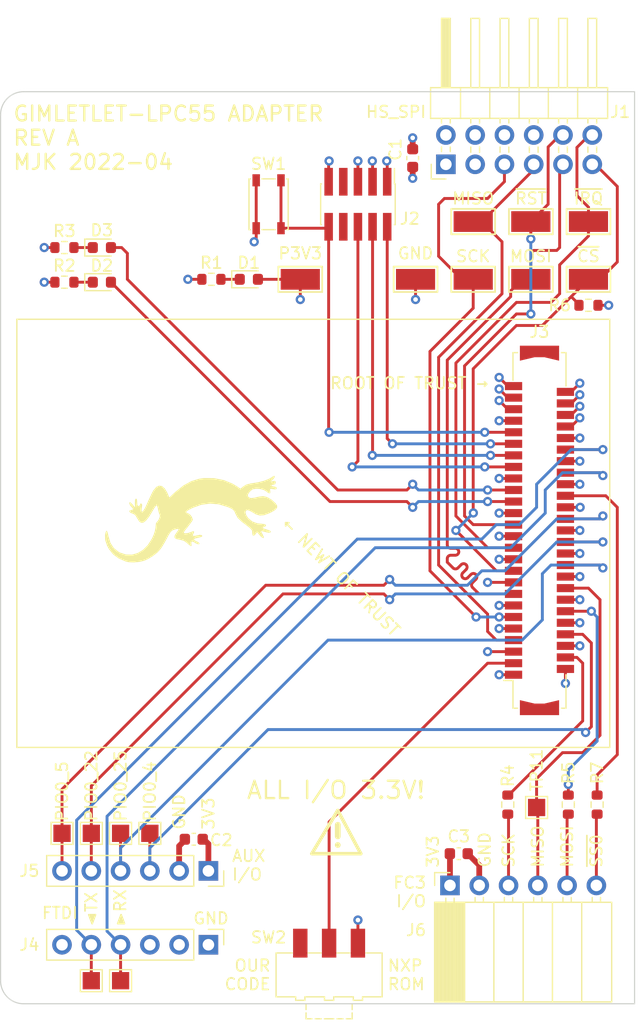
<source format=kicad_pcb>
(kicad_pcb (version 20221018) (generator pcbnew)
  (layers (0 "F.Cu" signal) (1 "In1.Cu" signal) (2 "In2.Cu" signal) (31 "B.Cu" signal) (34 "B.Paste" user) (35 "F.Paste" user) (36 "B.SilkS" user "B.Silkscreen") (37 "F.SilkS" user "F.Silkscreen") (38 "B.Mask" user) (39 "F.Mask" user) (44 "Edge.Cuts" user))
  (net 0 "")
  (net 1 "+3V3")
  (net 2 "GND")
  (net 3 "/SWD_IO")
  (net 4 "/SWD_CLK")
  (net 5 "/SWD_TRACESWO")
  (net 8 "/~{SWD_RESET}")
  (net 9 "/FC3_CTS_SDAX_SSEL0")
  (net 10 "/FC3_RTS_SCLX_SSEL1")
  (net 11 "/PIO0_22")
  (net 12 "/PIO0_25")
  (net 13 "/FC3_TXD_SCL_MISO")
  (net 14 "/FC3_RXD_DSA_MOSI")
  (net 15 "/PIO0_4")
  (net 16 "/FC3_SCK")
  (net 17 "Net-(D1-Pad1)")
  (net 18 "Net-(D2-Pad1)")
  (net 19 "Net-(D3-Pad1)")
  (net 21 "/ISP0")
  (net 22 "/SCT0_OUT2")
  (net 23 "/SCT0_OUT3")
  (net 24 "/SPI_MOSI")
  (net 25 "/SPI_MISO")
  (net 26 "/SPI_SCK")
  (net 27 "/~{SPI_IRQ}")
  (net 28 "/~{SPI_RESET}")
  (net 29 "/~{SPI_CS}")
  (net 30 "/FC0_RXD")
  (net 31 "/FC0_TXD")
  (net 37 "Net-(J3-Pad12)")
  (net 38 "Net-(J3-Pad4)")
  (net 39 "Net-(J3-Pad32)")
  (footprint "Resistor_SMD:R_0603_1608Metric" (layer "F.Cu") (at 114.25 48.75)
    (fp_text reference "R6")
    (fp_text value "10KΩ")
  )
  (footprint "Resistor_SMD:R_0603_1608Metric" (layer "F.Cu") (at 68.7875 43.75)
    (fp_text reference "R3")
    (fp_text value "143Ω")
  )
  (footprint "Connector_PinHeader_2.54mm:PinHeader_2x06_P2.54mm_Horizontal" (layer "F.Cu") (at 101.88 36.54 90)
    (fp_text reference "J1")
    (fp_text value "Conn_02x06_Odd_Even")
  )
  (footprint "Resistor_SMD:R_0603_1608Metric" (layer "F.Cu") (at 81.5375 46.5)
    (fp_text reference "R1")
    (fp_text value "143Ω")
  )
  (footprint "Capacitor_SMD:C_0603_1608Metric" (layer "F.Cu") (at 103 96.25)
    (fp_text reference "C3")
    (fp_text value "1µF")
  )
  (footprint "TestPoint:TestPoint_Keystone_5015_Micro-Minature" (layer "F.Cu") (at 109.25 46.5)
    (fp_text reference "TP2" hide)
    (fp_text value "TestPoint")
  )
  (footprint "Resistor_SMD:R_0603_1608Metric" (layer "F.Cu") (at 68.7875 46.75)
    (fp_text reference "R2")
    (fp_text value "143Ω")
  )
  (footprint "TestPoint:TestPoint_Pad_1.5x1.5mm" (layer "F.Cu") (at 109.75 92.25)
    (fp_text reference "TP11")
    (fp_text value "TestPoint")
  )
  (footprint "TestPoint:TestPoint_Keystone_5015_Micro-Minature" (layer "F.Cu") (at 104.25 41.5)
    (fp_text reference "TP3" hide)
    (fp_text value "TestPoint")
  )
  (footprint "Button_Switch_SMD:SW_SPDT_CK-JS102011SAQN" (layer "F.Cu") (at 91.75 106.75)
    (fp_text reference "SW2")
    (fp_text value "SW_SPDT")
  )
  (footprint "MountingHole:MountingHole_3.2mm_M3" (layer "F.Cu") (at 68.725 54.153)
    (fp_text reference "H1" hide)
    (fp_text value "M3")
  )
  (footprint "LED_SMD:LED_0603_1608Metric" (layer "F.Cu") (at 72.0375 46.75)
    (fp_text reference "D2")
    (fp_text value "Red")
  )
  (footprint "Button_Switch_SMD:SW_SPST_PTS810" (layer "F.Cu") (at 86.5 40 90)
    (fp_text reference "SW1")
    (fp_text value "SW_SPST")
  )
  (footprint "TestPoint:TestPoint_Keystone_5015_Micro-Minature" (layer "F.Cu") (at 104.25 46.5)
    (fp_text reference "TP4" hide)
    (fp_text value "TestPoint")
  )
  (footprint "LED_SMD:LED_0603_1608Metric" (layer "F.Cu") (at 84.7875 46.5)
    (fp_text reference "D1")
    (fp_text value "Green")
  )
  (footprint "TestPoint:TestPoint_Keystone_5015_Micro-Minature" (layer "F.Cu") (at 99.25 46.5 180)
    (fp_text reference "TP8" hide)
    (fp_text value "TestPoint")
  )
  (footprint "TestPoint:TestPoint_Keystone_5015_Micro-Minature" (layer "F.Cu") (at 109.25 41.5)
    (fp_text reference "TP6" hide)
    (fp_text value "TestPoint")
  )
  (footprint "LED_SMD:LED_0603_1608Metric" (layer "F.Cu") (at 72.0375 43.75)
    (fp_text reference "D3")
    (fp_text value "Amber")
  )
  (footprint "TestPoint:TestPoint_Keystone_5015_Micro-Minature" (layer "F.Cu") (at 114.25 41.5)
    (fp_text reference "TP5" hide)
    (fp_text value "TestPoint")
  )
  (footprint "Connector_PinSocket_2.54mm:PinSocket_1x06_P2.54mm_Horizontal" (layer "F.Cu") (at 102.235 99 90)
    (fp_text reference "J6")
    (fp_text value "SPI")
  )
  (footprint "MountingHole:MountingHole_3.2mm_M3" (layer "F.Cu") (at 68.725 82.855)
    (fp_text reference "H2" hide)
    (fp_text value "M3")
  )
  (footprint "TestPoint:TestPoint_Pad_1.5x1.5mm" (layer "F.Cu") (at 68.58 94.49)
    (fp_text reference "TP9" hide)
    (fp_text value "TestPoint")
  )
  (footprint "TestPoint:TestPoint_Pad_1.5x1.5mm" (layer "F.Cu") (at 76.2 94.49)
    (fp_text reference "TP10" hide)
    (fp_text value "TestPoint")
  )
  (footprint "TestPoint:TestPoint_Pad_1.5x1.5mm" (layer "F.Cu") (at 73.66 107.25)
    (fp_text reference "TP14" hide)
    (fp_text value "TestPoint")
  )
  (footprint "TestPoint:TestPoint_Pad_1.5x1.5mm" (layer "F.Cu") (at 71.12 107.25)
    (fp_text reference "TP15" hide)
    (fp_text value "TestPoint")
  )
  (footprint "Resistor_SMD:R_0603_1608Metric" (layer "F.Cu") (at 107.25 92 90)
    (fp_text reference "R4")
    (fp_text value "22Ω")
  )
  (footprint "TestPoint:TestPoint_Pad_1.5x1.5mm" (layer "F.Cu") (at 71.123 94.49)
    (fp_text reference "TP13" hide)
    (fp_text value "TestPoint")
  )
  (footprint "Connector_PinHeader_1.27mm:PinHeader_2x05_P1.27mm_Vertical_SMD" (layer "F.Cu") (at 94.25 40 -90)
    (fp_text reference "J2")
    (fp_text value "Conn_ARM_JTAG_SWD_10")
  )
  (footprint "Resistor_SMD:R_0603_1608Metric" (layer "F.Cu") (at 115 92 90)
    (fp_text reference "R7")
    (fp_text value "143Ω")
  )
  (footprint "grumpy:newt_of_trust" (layer "F.Cu") (at 79.75 67.25)
    (fp_text reference "H3" hide)
    (fp_text value "GRAPHIC PLACEHOLDER" hide)
  )
  (footprint "Connector_PinHeader_2.54mm:PinHeader_1x06_P2.54mm_Vertical" (layer "F.Cu") (at 81.28 104.14 -90)
    (fp_text reference "J4")
    (fp_text value "USART")
  )
  (footprint "Capacitor_SMD:C_0603_1608Metric" (layer "F.Cu") (at 99 36 -90)
    (fp_text reference "C1")
    (fp_text value "1µF")
  )
  (footprint "Oxide Connectors:DF9-51P-1V" (layer "F.Cu") (at 110 68.25)
    (fp_text reference "J3")
    (fp_text value "Conn_2Rows-51Pins")
  )
  (footprint "TestPoint:TestPoint_Keystone_5015_Micro-Minature" (layer "F.Cu") (at 89.25 46.5)
    (fp_text reference "TP7" hide)
    (fp_text value "TestPoint")
  )
  (footprint "TestPoint:TestPoint_Pad_1.5x1.5mm" (layer "F.Cu") (at 73.66 94.49)
    (fp_text reference "TP12" hide)
    (fp_text value "TestPoint")
  )
  (footprint "Capacitor_SMD:C_0603_1608Metric" (layer "F.Cu") (at 80.01 95 180)
    (fp_text reference "C2")
    (fp_text value "1µF")
  )
  (footprint "TestPoint:TestPoint_Keystone_5015_Micro-Minature" (layer "F.Cu") (at 114.25 46.5)
    (fp_text reference "TP1" hide)
    (fp_text value "TestPoint")
  )
  (footprint "Connector_PinSocket_2.54mm:PinSocket_1x06_P2.54mm_Vertical" (layer "F.Cu") (at 81.28 97.74 -90)
    (fp_text reference "J5")
    (fp_text value "Conn_01x06")
  )
  (footprint "Resistor_SMD:R_0603_1608Metric" (layer "F.Cu") (at 112.5 92 90)
    (fp_text reference "R5")
    (fp_text value "22Ω")
  )
  (gr_line (start 92.5 95.5) (end 92.5 95.5) (stroke (width 0.5)) (layer "F.SilkS"))
  (gr_line (start 90.25 96.25) (end 92.5 92.5) (stroke (width 0.3)) (layer "F.SilkS"))
  (gr_line (start 92.5 93.75) (end 92.5 94.75) (stroke (width 0.5)) (layer "F.SilkS"))
  (gr_line (start 94.5 96.25) (end 90.25 96.25) (stroke (width 0.3)) (layer "F.SilkS"))
  (gr_line (start 92.5 92.5) (end 94.5 96.25) (stroke (width 0.3)) (layer "F.SilkS"))
  (gr_line locked (start 64.661 49.962) (end 116.096 49.962) (stroke (width 0.12)) (layer "F.SilkS"))
  (gr_line locked (start 116.096 87.046) (end 64.661 87.046) (stroke (width 0.12)) (layer "F.SilkS"))
  (gr_line locked (start 116.096 49.962) (end 116.096 87.046) (stroke (width 0.12)) (layer "F.SilkS"))
  (gr_line locked (start 64.661 87.046) (end 64.661 49.962) (stroke (width 0.12)) (layer "F.SilkS"))
  (gr_line (start 65.25 30.25) (end 118.25 30.25) (stroke (width 0.1)) (layer "Edge.Cuts"))
  (gr_line (start 63.25 107.25) (end 63.25 32.25) (stroke (width 0.1)) (layer "Edge.Cuts"))
  (gr_line (start 118.25 109.25) (end 65.25 109.25) (stroke (width 0.1)) (layer "Edge.Cuts"))
  (gr_arc (start 65.25 109.25) (mid 63.835786 108.664214) (end 63.25 107.25) (stroke (width 0.1)) (layer "Edge.Cuts"))
  (gr_line (start 118.25 30.25) (end 118.25 109.25) (stroke (width 0.1)) (layer "Edge.Cuts"))
  (gr_arc (start 63.25 32.25) (mid 63.835786 30.835786) (end 65.25 30.25) (stroke (width 0.1)) (layer "Edge.Cuts"))
  (gr_text "MOSI" (at 109.25 44.5) (layer "F.SilkS") (effects (font (size 1 1))))
  (gr_text "~{IRQ}" (at 114.25 39.5) (layer "F.SilkS") (effects (font (size 1 1))))
  (gr_text "FC3\nI/O" (at 100.25 99.568) (layer "F.SilkS") (effects (font (size 1 1)) (justify right)))
  (gr_text "3V3" (at 81.28 94.25 90) (layer "F.SilkS") (effects (font (size 1 1)) (justify left)))
  (gr_text "◄TX" (at 71.12 102.64 90) (layer "F.SilkS") (effects (font (size 1 1)) (justify left)))
  (gr_text "GIMLETLET-LPC55 ADAPTER\nREV A\nMJK 2022-04" (at 64.25 34.25) (layer "F.SilkS") (effects (font (size 1.3 1.3) (thickness 0.2)) (justify left)))
  (gr_text "~{RST}" (at 109.25 39.5) (layer "F.SilkS") (effects (font (size 1 1))))
  (gr_text "GND" (at 78.74 94.25 90) (layer "F.SilkS") (effects (font (size 1 1)) (justify left)))
  (gr_text "HS_SPI" (at 100.25 32) (layer "F.SilkS") (effects (font (size 1 1)) (justify right)))
  (gr_text "MOSI" (at 112.395 97.536 90) (layer "F.SilkS") (effects (font (size 1 1)) (justify left)))
  (gr_text "3V3" (at 100.75 97.536 90) (layer "F.SilkS") (effects (font (size 1 1)) (justify left)))
  (gr_text "►RX" (at 73.63 102.64 90) (layer "F.SilkS") (effects (font (size 1 1)) (justify left)))
  (gr_text "ROOT OF TRUST →" (at 91.75 55.5) (layer "F.SilkS") (effects (font (size 1 1)) (justify left)))
  (gr_text "GND" (at 99.25 44.25) (layer "F.SilkS") (effects (font (size 1 1))))
  (gr_text "← NEWT OF TRUST" (at 92.75 72.25 -45) (layer "F.SilkS") (effects (font (size 1 1))))
  (gr_text "P3V3" (at 89.25 44.25) (layer "F.SilkS") (effects (font (size 1 1))))
  (gr_text "PIO0_4" (at 76.2 93.54 90) (layer "F.SilkS") (effects (font (size 1 1)) (justify left)))
  (gr_text "~{SS0}" (at 114.935 97.536 90) (layer "F.SilkS") (effects (font (size 1 1)) (justify left)))
  (gr_text "~{CS}" (at 114.25 44.5) (layer "F.SilkS") (effects (font (size 1 1))))
  (gr_text "MISO" (at 104.25 39.5) (layer "F.SilkS") (effects (font (size 1 1))))
  (gr_text "NXP\nROM" (at 96.75 106.75) (layer "F.SilkS") (effects (font (size 1 1)) (justify left)))
  (gr_text "FTDI" (at 66.75 101.39) (layer "F.SilkS") (effects (font (size 1 1)) (justify left)))
  (gr_text "GND" (at 105.25 97.536 90) (layer "F.SilkS") (effects (font (size 1 1)) (justify left)))
  (gr_text "PIO0_22" (at 71.12 93.54 90) (layer "F.SilkS") (effects (font (size 1 1)) (justify left)))
  (gr_text "ALL I/O 3.3V!" (at 84.5 90.75) (layer "F.SilkS") (effects (font (size 1.5 1.5) (thickness 0.2)) (justify left)))
  (gr_text "MISO" (at 109.855 97.536 90) (layer "F.SilkS") (effects (font (size 1 1)) (justify left)))
  (gr_text "SCK" (at 107.315 97.536 90) (layer "F.SilkS") (effects (font (size 1 1)) (justify left)))
  (gr_text "PIO0_5" (at 68.58 93.54 90) (layer "F.SilkS") (effects (font (size 1 1)) (justify left)))
  (gr_text "AUX\nI/O" (at 83.25 97.25) (layer "F.SilkS") (effects (font (size 1 1)) (justify left)))
  (gr_text "OUR\nCODE" (at 86.75 106.75) (layer "F.SilkS") (effects (font (size 1 1)) (justify right)))
  (gr_text "PIO0_25" (at 73.66 93.54 90) (layer "F.SilkS") (effects (font (size 1 1)) (justify left)))
  (gr_text "SCK" (at 104.25 44.5) (layer "F.SilkS") (effects (font (size 1 1))))
  (gr_text "GND" (at 79.883 101.855) (layer "F.SilkS") (effects (font (size 1 1)) (justify left)))
  (segment (start 112.75 57.25) (end 113.5 56.5) (width 0.25) (layer "F.Cu") (net 1))
  (segment (start 99 35.225) (end 99 34.25) (width 0.5) (layer "F.Cu") (net 1))
  (segment (start 112.25 57.25) (end 112.75 57.25) (width 0.25) (layer "F.Cu") (net 1))
  (segment (start 85.575 46.5) (end 89.25 46.5) (width 0.25) (layer "F.Cu") (net 1))
  (segment (start 102.235 99) (end 102.235 96.26) (width 0.5) (layer "F.Cu") (net 1))
  (segment (start 107.25 55.75) (end 106.5 55) (width 0.25) (layer "F.Cu") (net 1))
  (segment (start 107.25 57.75) (end 106.5 57) (width 0.25) (layer "F.Cu") (net 1))
  (segment (start 112.25 59.25) (end 112.75 59.25) (width 0.25) (layer "F.Cu") (net 1))
  (segment (start 112.75 56.25) (end 113.5 55.5) (width 0.25) (layer "F.Cu") (net 1))
  (segment (start 112.75 59.25) (end 113.5 58.5) (width 0.25) (layer "F.Cu") (net 1))
  (segment (start 81.28 95.405) (end 80.875 95) (width 0.5) (layer "F.Cu") (net 1))
  (segment (start 107.75 55.75) (end 107.25 55.75) (width 0.25) (layer "F.Cu") (net 1))
  (segment (start 112.25 56.25) (end 112.75 56.25) (width 0.25) (layer "F.Cu") (net 1))
  (segment (start 96.79 36.29) (end 96.75 36.25) (width 0.25) (layer "F.Cu") (net 1))
  (segment (start 107.75 57.75) (end 107.25 57.75) (width 0.25) (layer "F.Cu") (net 1))
  (segment (start 107.75 56.75) (end 107.25 56.75) (width 0.25) (layer "F.Cu") (net 1))
  (segment (start 115.075 48.75) (end 116 48.75) (width 0.25) (layer "F.Cu") (net 1))
  (segment (start 89.25 46.5) (end 89.25 48.25) (width 0.25) (layer "F.Cu") (net 1))
  (segment (start 96.79 38.05) (end 96.79 36.29) (width 0.25) (layer "F.Cu") (net 1))
  (segment (start 112.75 58.25) (end 113.5 57.5) (width 0.25) (layer "F.Cu") (net 1))
  (segment (start 107.25 56.75) (end 106.5 56) (width 0.25) (layer "F.Cu") (net 1))
  (segment (start 81.28 97.74) (end 81.28 95.405) (width 0.5) (layer "F.Cu") (net 1))
  (segment (start 112.25 58.25) (end 112.75 58.25) (width 0.25) (layer "F.Cu") (net 1))
  (via (at 113.5 58.5) (size 0.8) (drill 0.4) (layers "F.Cu" "B.Cu") (net 1))
  (via (at 116 48.75) (size 0.8) (drill 0.4) (layers "F.Cu" "B.Cu") (net 1))
  (via (at 106.5 55) (size 0.8) (drill 0.4) (layers "F.Cu" "B.Cu") (net 1))
  (via (at 96.75 36.25) (size 0.8) (drill 0.4) (layers "F.Cu" "B.Cu") (net 1))
  (via (at 106.5 56) (size 0.8) (drill 0.4) (layers "F.Cu" "B.Cu") (net 1))
  (via (at 99 34.25) (size 0.8) (drill 0.4) (layers "F.Cu" "B.Cu") (net 1))
  (via (at 113.5 57.5) (size 0.8) (drill 0.4) (layers "F.Cu" "B.Cu") (net 1))
  (via (at 89.25 48.25) (size 0.8) (drill 0.4) (layers "F.Cu" "B.Cu") (net 1))
  (via (at 113.5 56.5) (size 0.8) (drill 0.4) (layers "F.Cu" "B.Cu") (net 1))
  (via (at 106.5 57) (size 0.8) (drill 0.4) (layers "F.Cu" "B.Cu") (net 1))
  (via (at 113.5 55.5) (size 0.8) (drill 0.4) (layers "F.Cu" "B.Cu") (net 1))
  (segment (start 112.25 74.25) (end 113.5 74.25) (width 0.25) (layer "F.Cu") (net 2))
  (segment (start 107.75 70.75) (end 106.5 70.75) (width 0.25) (layer "F.Cu") (net 2))
  (segment (start 112.25 72.25) (end 113.5 72.25) (width 0.25) (layer "F.Cu") (net 2))
  (segment (start 95.52 36.27) (end 95.5 36.25) (width 0.25) (layer "F.Cu") (net 2))
  (segment (start 112.25 68.25) (end 113.5 68.25) (width 0.25) (layer "F.Cu") (net 2))
  (segment (start 112.25 70.25) (end 113.5 70.25) (width 0.25) (layer "F.Cu") (net 2))
  (segment (start 95.52 38.05) (end 95.52 36.27) (width 0.25) (layer "F.Cu") (net 2))
  (segment (start 91.71 38.05) (end 91.71 36.29) (width 0.25) (layer "F.Cu") (net 2))
  (segment (start 112.25 64.25) (end 113.5 64.25) (width 0.25) (layer "F.Cu") (net 2))
  (segment (start 107.75 80.75) (end 106.5 80.75) (width 0.25) (layer "F.Cu") (net 2))
  (segment (start 107.75 78.75) (end 105.5 78.75) (width 0.25) (layer "F.Cu") (net 2))
  (segment (start 104.775 97.25) (end 103.775 96.25) (width 0.5) (layer "F.Cu") (net 2))
  (segment (start 107.75 66.75) (end 106.5 66.75) (width 0.25) (layer "F.Cu") (net 2))
  (segment (start 107.75 74.75) (end 106.5 74.75) (width 0.25) (layer "F.Cu") (net 2))
  (segment (start 107.75 63.75) (end 106.5 63.75) (width 0.25) (layer "F.Cu") (net 2))
  (segment (start 112.25 78.25) (end 113.5 78.25) (width 0.25) (layer "F.Cu") (net 2))
  (segment (start 94.25 104) (end 94.25 102) (width 0.25) (layer "F.Cu") (net 2))
  (segment (start 112.25 60.25) (end 113.5 60.25) (width 0.25) (layer "F.Cu") (net 2))
  (segment (start 80.7125 46.5) (end 79.5 46.5) (width 0.25) (layer "F.Cu") (net 2))
  (segment (start 99 36.775) (end 99 37.75) (width 0.5) (layer "F.Cu") (net 2))
  (segment (start 107.75 72.75) (end 105.5 72.75) (width 0.25) (layer "F.Cu") (net 2))
  (segment (start 78.74 97.74) (end 78.74 95.585) (width 0.5) (layer "F.Cu") (net 2))
  (segment (start 107.75 58.75) (end 106.5 58.75) (width 0.25) (layer "F.Cu") (net 2))
  (segment (start 107.75 68.75) (end 106.5 68.75) (width 0.25) (layer "F.Cu") (net 2))
  (segment (start 112.25 62.25) (end 113.5 62.25) (width 0.25) (layer "F.Cu") (net 2))
  (segment (start 85.425 42.075) (end 85.425 43.075) (width 0.25) (layer "F.Cu") (net 2))
  (segment (start 99.25 46.5) (end 99.25 48.25) (width 0.25) (layer "F.Cu") (net 2))
  (segment (start 67.9625 43.75) (end 67.0375 43.75) (width 0.25) (layer "F.Cu") (net 2))
  (segment (start 112.25 66.25) (end 113.5255 66.25) (width 0.25) (layer "F.Cu") (net 2))
  (segment (start 91.71 36.29) (end 91.75 36.25) (width 0.25) (layer "F.Cu") (net 2))
  (segment (start 67.9625 46.75) (end 67.0375 46.75) (width 0.25) (layer "F.Cu") (net 2))
  (segment (start 85.425 43.075) (end 85.25 43.25) (width 0.25) (layer "F.Cu") (net 2))
  (segment (start 104.775 99) (end 104.775 97.25) (width 0.5) (layer "F.Cu") (net 2))
  (segment (start 94.25 38.05) (end 94.25 36.25) (width 0.25) (layer "F.Cu") (net 2))
  (segment (start 78.74 95.585) (end 79.325 95) (width 0.5) (layer "F.Cu") (net 2))
  (segment (start 107.75 76.75) (end 106.5 76.75) (width 0.25) (layer "F.Cu") (net 2))
  (segment (start 85.425 42.075) (end 85.425 37.925) (width 0.25) (layer "F.Cu") (net 2))
  (segment (start 112.375 76.25) (end 113.5 76.25) (width 0.25) (layer "F.Cu") (net 2))
  (segment (start 112.25 81.5) (end 112.25 80.25) (width 0.25) (layer "F.Cu") (net 2))
  (via (at 105.5 78.75) (size 0.8) (drill 0.4) (layers "F.Cu" "B.Cu") (net 2))
  (via (at 113.5 60.25) (size 0.8) (drill 0.4) (layers "F.Cu" "B.Cu") (net 2))
  (via (at 113.5 70.25) (size 0.8) (drill 0.4) (layers "F.Cu" "B.Cu") (net 2))
  (via (at 113.5255 66.25) (size 0.8) (drill 0.4) (layers "F.Cu" "B.Cu") (net 2))
  (via (at 94.25 102) (size 0.8) (drill 0.4) (layers "F.Cu" "B.Cu") (net 2))
  (via (at 67.0375 46.75) (size 0.8) (drill 0.4) (layers "F.Cu" "B.Cu") (net 2))
  (via (at 79.5 46.5) (size 0.8) (drill 0.4) (layers "F.Cu" "B.Cu") (net 2))
  (via (at 113.5 78.25) (size 0.8) (drill 0.4) (layers "F.Cu" "B.Cu") (net 2))
  (via (at 106.5 68.75) (size 0.8) (drill 0.4) (layers "F.Cu" "B.Cu") (net 2))
  (via (at 99.25 48.25) (size 0.8) (drill 0.4) (layers "F.Cu" "B.Cu") (net 2))
  (via (at 113.5 64.25) (size 0.8) (drill 0.4) (layers "F.Cu" "B.Cu") (net 2))
  (via (at 67.0375 43.75) (size 0.8) (drill 0.4) (layers "F.Cu" "B.Cu") (net 2))
  (via (at 99 37.75) (size 0.8) (drill 0.4) (layers "F.Cu" "B.Cu") (net 2))
  (via (at 113.5 72.25) (size 0.8) (drill 0.4) (layers "F.Cu" "B.Cu") (net 2))
  (via (at 113.5 74.25) (size 0.8) (drill 0.4) (layers "F.Cu" "B.Cu") (net 2))
  (via (at 113.5 62.25) (size 0.8) (drill 0.4) (layers "F.Cu" "B.Cu") (net 2))
  (via (at 85.25 43.25) (size 0.8) (drill 0.4) (layers "F.Cu" "B.Cu") (net 2))
  (via (at 106.5 76.75) (size 0.8) (drill 0.4) (layers "F.Cu" "B.Cu") (net 2))
  (via (at 91.75 36.25) (size 0.8) (drill 0.4) (layers "F.Cu" "B.Cu") (net 2))
  (via (at 112.25 81.5) (size 0.8) (drill 0.4) (layers "F.Cu" "B.Cu") (net 2))
  (via (at 105.5 72.75) (size 0.8) (drill 0.4) (layers "F.Cu" "B.Cu") (net 2))
  (via (at 113.5 68.25) (size 0.8) (drill 0.4) (layers "F.Cu" "B.Cu") (net 2))
  (via (at 106.5 58.75) (size 0.8) (drill 0.4) (layers "F.Cu" "B.Cu") (net 2))
  (via (at 94.25 36.25) (size 0.8) (drill 0.4) (layers "F.Cu" "B.Cu") (net 2))
  (via (at 106.5 66.75) (size 0.8) (drill 0.4) (layers "F.Cu" "B.Cu") (net 2))
  (via (at 106.5 80.75) (size 0.8) (drill 0.4) (layers "F.Cu" "B.Cu") (net 2))
  (via (at 106.5 74.75) (size 0.8) (drill 0.4) (layers "F.Cu" "B.Cu") (net 2))
  (via (at 106.5 63.75) (size 0.8) (drill 0.4) (layers "F.Cu" "B.Cu") (net 2))
  (via (at 95.5 36.25) (size 0.8) (drill 0.4) (layers "F.Cu" "B.Cu") (net 2))
  (via (at 106.5 70.75) (size 0.8) (drill 0.4) (layers "F.Cu" "B.Cu") (net 2))
  (via (at 113.5 76.25) (size 0.8) (drill 0.4) (layers "F.Cu" "B.Cu") (net 2))
  (segment (start 96.79 60.29) (end 96.79 41.95) (width 0.25) (layer "F.Cu") (net 3))
  (segment (start 97.25 60.75) (end 96.79 60.29) (width 0.25) (layer "F.Cu") (net 3))
  (segment (start 107.75 60.75) (end 105.75 60.75) (width 0.25) (layer "F.Cu") (net 3))
  (via (at 105.75 60.75) (size 0.8) (drill 0.4) (layers "F.Cu" "B.Cu") (net 3))
  (via (at 97.25 60.75) (size 0.8) (drill 0.4) (layers "F.Cu" "B.Cu") (net 3))
  (segment (start 105.75 60.75) (end 97.25 60.75) (width 0.25) (layer "B.Cu") (net 3))
  (segment (start 95.52 61.73) (end 95.52 41.95) (width 0.25) (layer "F.Cu") (net 4))
  (segment (start 107.75 61.75) (end 105.75 61.75) (width 0.25) (layer "F.Cu") (net 4))
  (segment (start 95.5 61.75) (end 95.52 61.73) (width 0.25) (layer "F.Cu") (net 4))
  (via (at 95.5 61.75) (size 0.8) (drill 0.4) (layers "F.Cu" "B.Cu") (net 4))
  (via (at 105.75 61.75) (size 0.8) (drill 0.4) (layers "F.Cu" "B.Cu") (net 4))
  (segment (start 105.75 61.75) (end 95.5 61.75) (width 0.25) (layer "B.Cu") (net 4))
  (segment (start 94.25 62.25) (end 94.25 41.95) (width 0.25) (layer "F.Cu") (net 5))
  (segment (start 93.75 62.75) (end 94.25 62.25) (width 0.25) (layer "F.Cu") (net 5))
  (segment (start 107.75 62.75) (end 105.25 62.75) (width 0.25) (layer "F.Cu") (net 5))
  (via (at 93.75 62.75) (size 0.8) (drill 0.4) (layers "F.Cu" "B.Cu") (net 5))
  (via (at 105.25 62.75) (size 0.8) (drill 0.4) (layers "F.Cu" "B.Cu") (net 5))
  (segment (start 105.25 62.75) (end 93.75 62.75) (width 0.25) (layer "B.Cu") (net 5))
  (segment (start 91.71 41.95) (end 91.71 59.46) (width 0.25) (layer "F.Cu") (net 8))
  (segment (start 87.575 42.075) (end 91.585 42.075) (width 0.25) (layer "F.Cu") (net 8))
  (segment (start 87.575 37.925) (end 87.575 42.075) (width 0.25) (layer "F.Cu") (net 8))
  (segment (start 107.75 59.75) (end 105.25 59.75) (width 0.25) (layer "F.Cu") (net 8))
  (segment (start 91.585 42.075) (end 91.71 41.95) (width 0.25) (layer "F.Cu") (net 8))
  (via (at 91.75 59.75) (size 0.8) (drill 0.4) (layers "F.Cu" "B.Cu") (net 8))
  (via (at 105.25 59.75) (size 0.8) (drill 0.4) (layers "F.Cu" "B.Cu") (net 8))
  (segment (start 91.75 59.75) (end 105.25 59.75) (width 0.25) (layer "B.Cu") (net 8))
  (segment (start 115 92.825) (end 114.935 92.89) (width 0.25) (layer "F.Cu") (net 9))
  (segment (start 114.935 92.89) (end 114.935 99) (width 0.25) (layer "F.Cu") (net 9))
  (segment (start 115.25 67.25) (end 112.25 67.25) (width 0.25) (layer "F.Cu") (net 10))
  (segment (start 115.5 67) (end 115.25 67.25) (width 0.25) (layer "F.Cu") (net 10))
  (segment (start 68.58 94.49) (end 68.58 90.67) (width 0.25) (layer "F.Cu") (net 10))
  (segment (start 68.58 97.74) (end 68.58 95.105) (width 0.25) (layer "F.Cu") (net 10))
  (segment (start 68.58 90.67) (end 86.25 73) (width 0.25) (layer "F.Cu") (net 10))
  (segment (start 96.5 73) (end 97 72.5) (width 0.25) (layer "F.Cu") (net 10))
  (segment (start 86.25 73) (end 96.5 73) (width 0.25) (layer "F.Cu") (net 10))
  (via (at 97 72.5) (size 0.8) (drill 0.4) (layers "F.Cu" "B.Cu") (net 10))
  (via (at 115.5 67) (size 0.8) (drill 0.4) (layers "F.Cu" "B.Cu") (net 10))
  (segment (start 97 72.5) (end 97.5 73) (width 0.25) (layer "B.Cu") (net 10))
  (segment (start 97.5 73) (end 103.75 73) (width 0.25) (layer "B.Cu") (net 10))
  (segment (start 115.25 67.25) (end 115.5 67) (width 0.25) (layer "B.Cu") (net 10))
  (segment (start 105 71.75) (end 107 71.75) (width 0.25) (layer "B.Cu") (net 10))
  (segment (start 107 71.75) (end 111.5 67.25) (width 0.25) (layer "B.Cu") (net 10))
  (segment (start 111.5 67.25) (end 115.25 67.25) (width 0.25) (layer "B.Cu") (net 10))
  (segment (start 103.75 73) (end 105 71.75) (width 0.25) (layer "B.Cu") (net 10))
  (segment (start 87.75 73.75) (end 96.5 73.75) (width 0.25) (layer "F.Cu") (net 11))
  (segment (start 71.12 97.74) (end 71.12 95.108) (width 0.25) (layer "F.Cu") (net 11))
  (segment (start 71.123 94.49) (end 71.123 90.377) (width 0.25) (layer "F.Cu") (net 11))
  (segment (start 96.5 73.75) (end 97 74.25) (width 0.25) (layer "F.Cu") (net 11))
  (segment (start 71.123 90.377) (end 87.75 73.75) (width 0.25) (layer "F.Cu") (net 11))
  (segment (start 112.25 69.25) (end 115.5 69.25) (width 0.25) (layer "F.Cu") (net 11))
  (via (at 115.5 69.25) (size 0.8) (drill 0.4) (layers "F.Cu" "B.Cu") (net 11))
  (via (at 97 74.25) (size 0.8) (drill 0.4) (layers "F.Cu" "B.Cu") (net 11))
  (segment (start 97.5 73.75) (end 107 73.75) (width 0.25) (layer "B.Cu") (net 11))
  (segment (start 111.5 69.25) (end 115.5 69.25) (width 0.25) (layer "B.Cu") (net 11))
  (segment (start 97 74.25) (end 97.5 73.75) (width 0.25) (layer "B.Cu") (net 11))
  (segment (start 107 73.75) (end 111.5 69.25) (width 0.25) (layer "B.Cu") (net 11))
  (segment (start 73.66 97.74) (end 73.66 95.057) (width 0.25) (layer "F.Cu") (net 12))
  (segment (start 115.25 71.25) (end 112.25 71.25) (width 0.25) (layer "F.Cu") (net 12))
  (segment (start 115.5 71.5) (end 115.25 71.25) (width 0.25) (layer "F.Cu") (net 12))
  (via (at 115.5 71.5) (size 0.8) (drill 0.4) (layers "F.Cu" "B.Cu") (net 12))
  (segment (start 110.25 72) (end 110.25 76) (width 0.25) (layer "B.Cu") (net 12))
  (segment (start 115.5 71.5) (end 115.25 71.25) (width 0.25) (layer "B.Cu") (net 12))
  (segment (start 108.5 77.75) (end 91.66 77.75) (width 0.25) (layer "B.Cu") (net 12))
  (segment (start 115.25 71.25) (end 111 71.25) (width 0.25) (layer "B.Cu") (net 12))
  (segment (start 73.66 95.75) (end 73.66 97.74) (width 0.25) (layer "B.Cu") (net 12))
  (segment (start 110.25 76) (end 108.5 77.75) (width 0.25) (layer "B.Cu") (net 12))
  (segment (start 91.66 77.75) (end 73.66 95.75) (width 0.25) (layer "B.Cu") (net 12))
  (segment (start 111 71.25) (end 110.25 72) (width 0.25) (layer "B.Cu") (net 12))
  (segment (start 109.855 92.355) (end 109.75 92.25) (width 0.25) (layer "F.Cu") (net 13))
  (segment (start 113.75 87.5) (end 112 87.5) (width 0.25) (layer "F.Cu") (net 13))
  (segment (start 114.25 73.25) (end 115.25 74.25) (width 0.25) (layer "F.Cu") (net 13))
  (segment (start 109.855 99) (end 109.855 92.355) (width 0.25) (layer "F.Cu") (net 13))
  (segment (start 115.25 74.25) (end 115.25 86) (width 0.25) (layer "F.Cu") (net 13))
  (segment (start 109.75 89.75) (end 109.75 92.25) (width 0.25) (layer "F.Cu") (net 13))
  (segment (start 115.25 86) (end 113.75 87.5) (width 0.25) (layer "F.Cu") (net 13))
  (segment (start 112.25 73.25) (end 114.25 73.25) (width 0.25) (layer "F.Cu") (net 13))
  (segment (start 112 87.5) (end 109.75 89.75) (width 0.25) (layer "F.Cu") (net 13))
  (segment (start 112.395 92.93) (end 112.395 99) (width 0.25) (layer "F.Cu") (net 14))
  (segment (start 112.5 92.825) (end 112.395 92.93) (width 0.25) (layer "F.Cu") (net 14))
  (segment (start 114.5 85.25) (end 114.5 78) (width 0.25) (layer "F.Cu") (net 15))
  (segment (start 114.5 78) (end 113.75 77.25) (width 0.25) (layer "F.Cu") (net 15))
  (segment (start 76.2 97.74) (end 76.2 95.105) (width 0.25) (layer "F.Cu") (net 15))
  (segment (start 113.75 77.25) (end 112.25 77.25) (width 0.25) (layer "F.Cu") (net 15))
  (segment (start 114 85.75) (end 114.5 85.25) (width 0.25) (layer "F.Cu") (net 15))
  (via (at 114 85.75) (size 0.8) (drill 0.4) (layers "F.Cu" "B.Cu") (net 15))
  (segment (start 76.2 97.74) (end 76.2 95.75) (width 0.25) (layer "B.Cu") (net 15))
  (segment (start 76.2 95.75) (end 86.45 85.5) (width 0.25) (layer "B.Cu") (net 15))
  (segment (start 113.75 85.5) (end 114 85.75) (width 0.25) (layer "B.Cu") (net 15))
  (segment (start 86.45 85.5) (end 113.75 85.5) (width 0.25) (layer "B.Cu") (net 15))
  (segment (start 107.315 92.64) (end 107.315 99) (width 0.25) (layer "F.Cu") (net 16))
  (segment (start 84 46.5) (end 82.3625 46.5) (width 0.25) (layer "F.Cu") (net 17))
  (segment (start 69.6125 46.75) (end 71.25 46.75) (width 0.25) (layer "F.Cu") (net 18))
  (segment (start 69.6125 43.75) (end 71.25 43.75) (width 0.25) (layer "F.Cu") (net 19))
  (segment (start 107.75 79.75) (end 105.5 79.75) (width 0.25) (layer "F.Cu") (net 21))
  (segment (start 92 93.25) (end 91.75 93.5) (width 0.25) (layer "F.Cu") (net 21))
  (segment (start 91.75 93.5) (end 91.75 103.25) (width 0.25) (layer "F.Cu") (net 21))
  (segment (start 105.5 79.75) (end 92 93.25) (width 0.25) (layer "F.Cu") (net 21))
  (segment (start 91.825 65.75) (end 72.825 46.75) (width 0.25) (layer "F.Cu") (net 22))
  (segment (start 98.5 65.75) (end 91.825 65.75) (width 0.25) (layer "F.Cu") (net 22))
  (segment (start 99 66.25) (end 98.5 65.75) (width 0.25) (layer "F.Cu") (net 22))
  (segment (start 105.5 65.75) (end 107.75 65.75) (width 0.25) (layer "F.Cu") (net 22))
  (via (at 99 66.25) (size 0.8) (drill 0.4) (layers "F.Cu" "B.Cu") (net 22))
  (via (at 105.5 65.75) (size 0.8) (drill 0.4) (layers "F.Cu" "B.Cu") (net 22))
  (segment (start 99.5 65.75) (end 105.5 65.75) (width 0.25) (layer "B.Cu") (net 22))
  (segment (start 99 66.25) (end 99.5 65.75) (width 0.25) (layer "B.Cu") (net 22))
  (segment (start 73.75 43.75) (end 72.825 43.75) (width 0.25) (layer "F.Cu") (net 23))
  (segment (start 92.5 64.75) (end 74.25 46.5) (width 0.25) (layer "F.Cu") (net 23))
  (segment (start 98.5 64.75) (end 92.5 64.75) (width 0.25) (layer "F.Cu") (net 23))
  (segment (start 74.25 46.5) (end 74.25 44.25) (width 0.25) (layer "F.Cu") (net 23))
  (segment (start 105.5 64.75) (end 107.75 64.75) (width 0.25) (layer "F.Cu") (net 23))
  (segment (start 99 64.25) (end 98.5 64.75) (width 0.25) (layer "F.Cu") (net 23))
  (segment (start 74.25 44.25) (end 73.75 43.75) (width 0.25) (layer "F.Cu") (net 23))
  (via (at 105.5 64.75) (size 0.8) (drill 0.4) (layers "F.Cu" "B.Cu") (net 23))
  (via (at 99 64.25) (size 0.8) (drill 0.4) (layers "F.Cu" "B.Cu") (net 23))
  (segment (start 99 64.25) (end 99.5 64.75) (width 0.25) (layer "B.Cu") (net 23))
  (segment (start 99.5 64.75) (end 105.5 64.75) (width 0.25) (layer "B.Cu") (net 23))
  (segment (start 103.63137 71.641423) (end 103.631371 71.641422) (width 0.25) (layer "F.Cu") (net 24))
  (segment (start 103.772793 72.348527) (end 103.772792 72.348528) (width 0.25) (layer "F.Cu") (net 24))
  (segment (start 102 71) (end 102.5 71.5) (width 0.25) (layer "F.Cu") (net 24))
  (segment (start 102.924265 71.499999) (end 102.924264 71.5) (width 0.25) (layer "F.Cu") (net 24))
  (segment (start 112.04 36.29) (end 111.75 36.58) (width 0.25) (layer "F.Cu") (net 24))
  (segment (start 109.5 44) (end 109.25 44.25) (width 0.25) (layer "F.Cu") (net 24))
  (segment (start 111.75 43.75) (end 111.5 44) (width 0.25) (layer "F.Cu") (net 24))
  (segment (start 102 53.5) (end 102 69.5) (width 0.25) (layer "F.Cu") (net 24))
  (segment (start 103.772792 72.348528) (end 104.055635 72.065686) (width 0.25) (layer "F.Cu") (net 24))
  (segment (start 107.5 48) (end 102 53.5) (width 0.25) (layer "F.Cu") (net 24))
  (segment (start 104.479898 72.489951) (end 104.479899 72.48995) (width 0.25) (layer "F.Cu") (net 24))
  (segment (start 111.75 36.58) (end 111.75 43.75) (width 0.25) (layer "F.Cu") (net 24))
  (segment (start 104.197056 73.197056) (end 104.75 73.75) (width 0.25) (layer "F.Cu") (net 24))
  (segment (start 102.924264 71.5) (end 103.207107 71.217158) (width 0.25) (layer "F.Cu") (net 24))
  (segment (start 103.631371 71.641422) (end 103.348527 71.924263) (width 0.25) (layer "F.Cu") (net 24))
  (segment (start 104.75 73.75) (end 107.75 73.75) (width 0.25) (layer "F.Cu") (net 24))
  (segment (start 104.479899 72.48995) (end 104.197055 72.772791) (width 0.25) (layer "F.Cu") (net 24))
  (segment (start 102 70.7) (end 102 71) (width 0.25) (layer "F.Cu") (net 24))
  (segment (start 104.197055 73.197055) (end 104.197056 73.197056) (width 0.25) (layer "F.Cu") (net 24))
  (segment (start 108.5 46.5) (end 107.5 47.5) (width 0.25) (layer "F.Cu") (net 24))
  (segment (start 111.5 44) (end 109.5 44) (width 0.25) (layer "F.Cu") (net 24))
  (segment (start 103.348527 72.348527) (end 103.348528 72.348528) (width 0.25) (layer "F.Cu") (net 24))
  (segment (start 107.5 47.5) (end 107.5 48) (width 0.25) (layer "F.Cu") (net 24))
  (segment (start 109.25 46.5) (end 108.5 46.5) (width 0.25) (layer "F.Cu") (net 24))
  (segment (start 102.7 70.4) (end 102.3 70.4) (width 0.25) (layer "F.Cu") (net 24))
  (segment (start 109.25 44.25) (end 109.25 46.5) (width 0.25) (layer "F.Cu") (net 24))
  (segment (start 102.3 69.8) (end 102.7 69.8) (width 0.25) (layer "F.Cu") (net 24))
  (arc (start 102.7 69.8) (mid 102.912132 69.887868) (end 103 70.1) (width 0.25) (layer "F.Cu") (net 24))
  (arc (start 102.3 70.4) (mid 102.087868 70.487868) (end 102 70.7) (width 0.25) (layer "F.Cu") (net 24))
  (arc (start 103.207107 71.217158) (mid 103.419239 71.12929) (end 103.631371 71.217158) (width 0.25) (layer "F.Cu") (net 24))
  (arc (start 103.348528 72.348528) (mid 103.560662 72.436397) (end 103.772793 72.348527) (width 0.25) (layer "F.Cu") (net 24))
  (arc (start 104.479899 72.065686) (mid 104.567766 72.277818) (end 104.479898 72.489951) (width 0.25) (layer "F.Cu") (net 24))
  (arc (start 104.055635 72.065686) (mid 104.267767 71.977818) (end 104.479899 72.065686) (width 0.25) (layer "F.Cu") (net 24))
  (arc (start 102 69.5) (mid 102.087868 69.712132) (end 102.3 69.8) (width 0.25) (layer "F.Cu") (net 24))
  (arc (start 104.197055 72.772791) (mid 104.109187 72.984923) (end 104.197055 73.197055) (width 0.25) (layer "F.Cu") (net 24))
  (arc (start 102.5 71.5) (mid 102.712134 71.587869) (end 102.924265 71.499999) (width 0.25) (layer "F.Cu") (net 24))
  (arc (start 103 70.1) (mid 102.912132 70.312132) (end 102.7 70.4) (width 0.25) (layer "F.Cu") (net 24))
  (arc (start 103.631371 71.217158) (mid 103.719238 71.42929) (end 103.63137 71.641423) (width 0.25) (layer "F.Cu") (net 24))
  (arc (start 103.348527 71.924263) (mid 103.260659 72.136395) (end 103.348527 72.348527) (width 0.25) (layer "F.Cu") (net 24))
  (segment (start 105.5 75.5) (end 105.5 77) (width 0.25) (layer "F.Cu") (net 25))
  (segment (start 105.5 77) (end 106.25 77.75) (width 0.25) (layer "F.Cu") (net 25))
  (segment (start 101.25 53.25) (end 101.25 71.25) (width 0.25) (layer "F.Cu") (net 25))
  (segment (start 104.25 41.5) (end 105 41.5) (width 0.25) (layer "F.Cu") (net 25))
  (segment (start 106.75 47.75) (end 101.25 53.25) (width 0.25) (layer "F.Cu") (net 25))
  (segment (start 105 41.5) (end 109.5 37) (width 0.25) (layer "F.Cu") (net 25))
  (segment (start 105 41.5) (end 106.75 43.25) (width 0.25) (layer "F.Cu") (net 25))
  (segment (start 106.25 77.75) (end 107.75 77.75) (width 0.25) (layer "F.Cu") (net 25))
  (segment (start 101.25 71.25) (end 105.5 75.5) (width 0.25) (layer "F.Cu") (net 25))
  (segment (start 106.75 43.25) (end 106.75 47.75) (width 0.25) (layer "F.Cu") (net 25))
  (segment (start 109.5 37) (end 109.5 36.29) (width 0.25) (layer "F.Cu") (net 25))
  (segment (start 101.75 39.5) (end 101.25 40) (width 0.25) (layer "F.Cu") (net 26))
  (segment (start 103.25 46.5) (end 104.25 46.5) (width 0.25) (layer "F.Cu") (net 26))
  (segment (start 106.96 38.04) (end 105.5 39.5) (width 0.25) (layer "F.Cu") (net 26))
  (segment (start 104.5 75.75) (end 100.5 71.75) (width 0.25) (layer "F.Cu") (net 26))
  (segment (start 100.5 71.75) (end 100.5 52.75) (width 0.25) (layer "F.Cu") (net 26))
  (segment (start 100.5 52.75) (end 104.25 49) (width 0.25) (layer "F.Cu") (net 26))
  (segment (start 105.5 39.5) (end 101.75 39.5) (width 0.25) (layer "F.Cu") (net 26))
  (segment (start 101.25 44.5) (end 103.25 46.5) (width 0.25) (layer "F.Cu") (net 26))
  (segment (start 107.75 75.75) (end 106.5 75.75) (width 0.25) (layer "F.Cu") (net 26))
  (segment (start 104.25 49) (end 104.25 46.5) (width 0.25) (layer "F.Cu") (net 26))
  (segment (start 101.25 40) (end 101.25 44.5) (width 0.25) (layer "F.Cu") (net 26))
  (segment (start 106.96 36.29) (end 106.96 38.04) (width 0.25) (layer "F.Cu") (net 26))
  (via (at 106.5 75.75) (size 0.8) (drill 0.4) (layers "F.Cu" "B.Cu") (net 26))
  (via (at 104.5 75.75) (size 0.8) (drill 0.4) (layers "F.Cu" "B.Cu") (net 26))
  (segment (start 104.5 75.75) (end 106.5 75.75) (width 0.25) (layer "B.Cu") (net 26))
  (segment (start 114.58 33.75) (end 113.25 35.08) (width 0.25) (layer "F.Cu") (net 27))
  (segment (start 102.75 67) (end 105.5 69.75) (width 0.25) (layer "F.Cu") (net 27))
  (segment (start 114.25 41.5) (end 114.25 40.25) (width 0.25) (layer "F.Cu") (net 27))
  (segment (start 102.75 53.75) (end 102.75 67) (width 0.25) (layer "F.Cu") (net 27))
  (segment (start 105.5 69.75) (end 107.75 69.75) (width 0.25) (layer "F.Cu") (net 27))
  (segment (start 111.75 47.75) (end 111 48.5) (width 0.25) (layer "F.Cu") (net 27))
  (segment (start 114.25 41.5) (end 114.25 42.75) (width 0.25) (layer "F.Cu") (net 27))
  (segment (start 114.25 42.75) (end 111.75 45.25) (width 0.25) (layer "F.Cu") (net 27))
  (segment (start 111.75 45.25) (end 111.75 47.75) (width 0.25) (layer "F.Cu") (net 27))
  (segment (start 108 48.5) (end 102.75 53.75) (width 0.25) (layer "F.Cu") (net 27))
  (segment (start 113.25 35.08) (end 113.25 39.25) (width 0.25) (layer "F.Cu") (net 27))
  (segment (start 111 48.5) (end 108 48.5) (width 0.25) (layer "F.Cu") (net 27))
  (segment (start 114.25 40.25) (end 113.25 39.25) (width 0.25) (layer "F.Cu") (net 27))
  (segment (start 109.25 41.5) (end 109.25 43) (width 0.25) (layer "F.Cu") (net 28))
  (segment (start 103.5 54) (end 103.5 67) (width 0.25) (layer "F.Cu") (net 28))
  (segment (start 104.25 67.75) (end 107.75 67.75) (width 0.25) (layer "F.Cu") (net 28))
  (segment (start 110.75 35.04) (end 110.75 40) (width 0.25) (layer "F.Cu") (net 28))
  (segment (start 108 49.5) (end 103.5 54) (width 0.25) (layer "F.Cu") (net 28))
  (segment (start 103.5 67) (end 104.25 67.75) (width 0.25) (layer "F.Cu") (net 28))
  (segment (start 112.04 33.75) (end 110.75 35.04) (width 0.25) (layer "F.Cu") (net 28))
  (segment (start 110.75 40) (end 109.25 41.5) (width 0.25) (layer "F.Cu") (net 28))
  (segment (start 109.25 49.5) (end 108 49.5) (width 0.25) (layer "F.Cu") (net 28))
  (via (at 109.25 49.5) (size 0.8) (drill 0.4) (layers "F.Cu" "B.Cu") (net 28))
  (via (at 109.25 43) (size 0.8) (drill 0.4) (layers "F.Cu" "B.Cu") (net 28))
  (segment (start 109.25 43) (end 109.25 49.5) (width 0.25) (layer "B.Cu") (net 28))
  (segment (start 113.425 48.75) (end 113.425 48.675) (width 0.25) (layer "F.Cu") (net 29))
  (segment (start 104.25 66.725402) (end 104.25 54.25) (width 0.25) (layer "F.Cu") (net 29))
  (segment (start 114.58 36.29) (end 116.75 38.46) (width 0.25) (layer "F.Cu") (net 29))
  (segment (start 116.75 38.46) (end 116.75 45) (width 0.25) (layer "F.Cu") (net 29))
  (segment (start 102.75 68.25) (end 106.25 71.75) (width 0.25) (layer "F.Cu") (net 29))
  (segment (start 104.25 54.25) (end 108 50.5) (width 0.25) (layer "F.Cu") (net 29))
  (segment (start 115.25 46.5) (end 114.25 46.5) (width 0.25) (layer "F.Cu") (net 29))
  (segment (start 116.75 45) (end 115.25 46.5) (width 0.25) (layer "F.Cu") (net 29))
  (segment (start 113.425 48.675) (end 112.75 48) (width 0.25) (layer "F.Cu") (net 29))
  (segment (start 108 50.5) (end 110.25 50.5) (width 0.25) (layer "F.Cu") (net 29))
  (segment (start 104.262299 66.737701) (end 104.25 66.725402) (width 0.25) (layer "F.Cu") (net 29))
  (segment (start 110.25 50.5) (end 114.25 46.5) (width 0.25) (layer "F.Cu") (net 29))
  (segment (start 106.25 71.75) (end 107.75 71.75) (width 0.25) (layer "F.Cu") (net 29))
  (via (at 102.75 68.25) (size 0.8) (drill 0.4) (layers "F.Cu" "B.Cu") (net 29))
  (via (at 104.262299 66.737701) (size 0.8) (drill 0.4) (layers "F.Cu" "B.Cu") (net 29))
  (segment (start 104.262299 66.737701) (end 102.75 68.25) (width 0.25) (layer "B.Cu") (net 29))
  (segment (start 73.66 106.68) (end 73.66 104.14) (width 0.25) (layer "F.Cu") (net 30))
  (segment (start 112.25 63.25) (end 115.25 63.25) (width 0.25) (layer "F.Cu") (net 30))
  (segment (start 115.25 63.25) (end 115.5 63.5) (width 0.25) (layer "F.Cu") (net 30))
  (via (at 115.5 63.5) (size 0.8) (drill 0.4) (layers "F.Cu" "B.Cu") (net 30))
  (segment (start 115.5 63.5) (end 115.25 63.25) (width 0.25) (layer "B.Cu") (net 30))
  (segment (start 107.5 69.75) (end 95.75 69.75) (width 0.25) (layer "B.Cu") (net 30))
  (segment (start 115.25 63.25) (end 112 63.25) (width 0.25) (layer "B.Cu") (net 30))
  (segment (start 110.5 66.75) (end 107.5 69.75) (width 0.25) (layer "B.Cu") (net 30))
  (segment (start 112 63.25) (end 110.5 64.75) (width 0.25) (layer "B.Cu") (net 30))
  (segment (start 95.75 69.75) (end 72.485489 93.014511) (width 0.25) (layer "B.Cu") (net 30))
  (segment (start 72.485489 102.965489) (end 73.66 104.14) (width 0.25) (layer "B.Cu") (net 30))
  (segment (start 110.5 64.75) (end 110.5 66.75) (width 0.25) (layer "B.Cu") (net 30))
  (segment (start 72.485489 93.014511) (end 72.485489 102.965489) (width 0.25) (layer "B.Cu") (net 30))
  (segment (start 71.12 106.68) (end 71.12 104.14) (width 0.25) (layer "F.Cu") (net 31))
  (segment (start 112.25 61.25) (end 115.5 61.25) (width 0.25) (layer "F.Cu") (net 31))
  (via (at 115.5 61.25) (size 0.8) (drill 0.4) (layers "F.Cu" "B.Cu") (net 31))
  (segment (start 69.85 102.87) (end 71.12 104.14) (width 0.25) (layer "B.Cu") (net 31))
  (segment (start 115.5 61.25) (end 112.75 61.25) (width 0.25) (layer "B.Cu") (net 31))
  (segment (start 109.75 64.25) (end 109.75 66.25) (width 0.25) (layer "B.Cu") (net 31))
  (segment (start 109.75 66.25) (end 108.25 67.75) (width 0.25) (layer "B.Cu") (net 31))
  (segment (start 112.75 61.25) (end 109.75 64.25) (width 0.25) (layer "B.Cu") (net 31))
  (segment (start 108.25 67.75) (end 106.25 67.75) (width 0.25) (layer "B.Cu") (net 31))
  (segment (start 69.85 93.345) (end 69.85 102.87) (width 0.25) (layer "B.Cu") (net 31))
  (segment (start 106.25 67.75) (end 105 69) (width 0.25) (layer "B.Cu") (net 31))
  (segment (start 105 69) (end 94.195 69) (width 0.25) (layer "B.Cu") (net 31))
  (segment (start 94.195 69) (end 69.85 93.345) (width 0.25) (layer "B.Cu") (net 31))
  (segment (start 112.5 90.25) (end 112.5 91.175) (width 0.25) (layer "F.Cu") (net 37))
  (segment (start 114.5 75.25) (end 112.25 75.25) (width 0.25) (layer "F.Cu") (net 37))
  (via (at 114.5 75.25) (size 0.8) (drill 0.4) (layers "F.Cu" "B.Cu") (net 37))
  (via (at 112.5 90.25) (size 0.8) (drill 0.4) (layers "F.Cu" "B.Cu") (net 37))
  (segment (start 115 86.5) (end 115 75.75) (width 0.25) (layer "B.Cu") (net 37))
  (segment (start 112.5 90.25) (end 112.5 89) (width 0.25) (layer "B.Cu") (net 37))
  (segment (start 115 75.75) (end 114.5 75.25) (width 0.25) (layer "B.Cu") (net 37))
  (segment (start 112.5 89) (end 115 86.5) (width 0.25) (layer "B.Cu") (net 37))
  (segment (start 113.25 79.25) (end 113.75 79.75) (width 0.25) (layer "F.Cu") (net 38))
  (segment (start 107.315 91.37452) (end 107.25 91.37452) (width 0.25) (layer "F.Cu") (net 38))
  (segment (start 113.75 79.75) (end 113.75 84.75) (width 0.25) (layer "F.Cu") (net 38))
  (segment (start 107.325 91.175) (end 113.75 84.75) (width 0.25) (layer "F.Cu") (net 38))
  (segment (start 112.25 79.25) (end 113.25 79.25) (width 0.25) (layer "F.Cu") (net 38))
  (segment (start 107.25 91.175) (end 107.325 91.175) (width 0.25) (layer "F.Cu") (net 38))
  (segment (start 115 91.175) (end 115 89.425) (width 0.25) (layer "F.Cu") (net 39))
  (segment (start 115.75 65.25) (end 112.25 65.25) (width 0.25) (layer "F.Cu") (net 39))
  (segment (start 115 89.425) (end 116.75 87.675) (width 0.25) (layer "F.Cu") (net 39))
  (segment (start 116.75 66.25) (end 115.75 65.25) (width 0.25) (layer "F.Cu") (net 39))
  (segment (start 116.75 87.675) (end 116.75 66.25) (width 0.25) (layer "F.Cu") (net 39))
)
</source>
